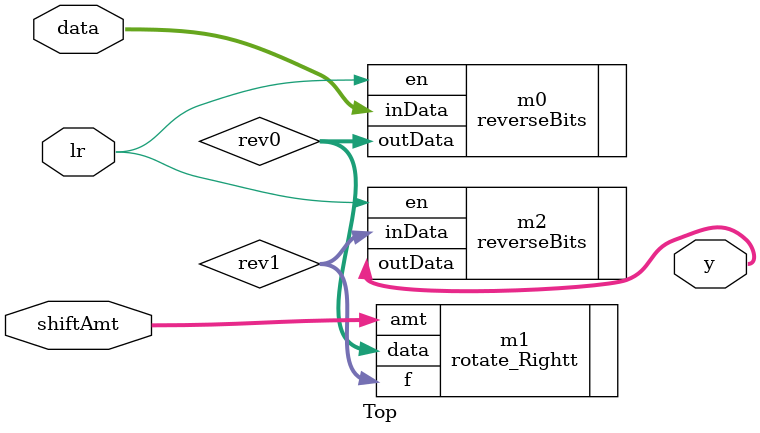
<source format=sv>
`timescale 1ns / 1ps


module Top(
    input logic [7:0]data,
    input logic lr,
    input logic [2:0]shiftAmt,
    output logic [7:0]y
    );
    logic [7:0]rev0,rev1;
    
    reverseBits m0(.inData(data), .en(lr), .outData(rev0));
    rotate_Rightt m1(.data(rev0), .amt(shiftAmt), .f(rev1));
    reverseBits m2(.inData(rev1), .en(lr), .outData(y));
endmodule

</source>
